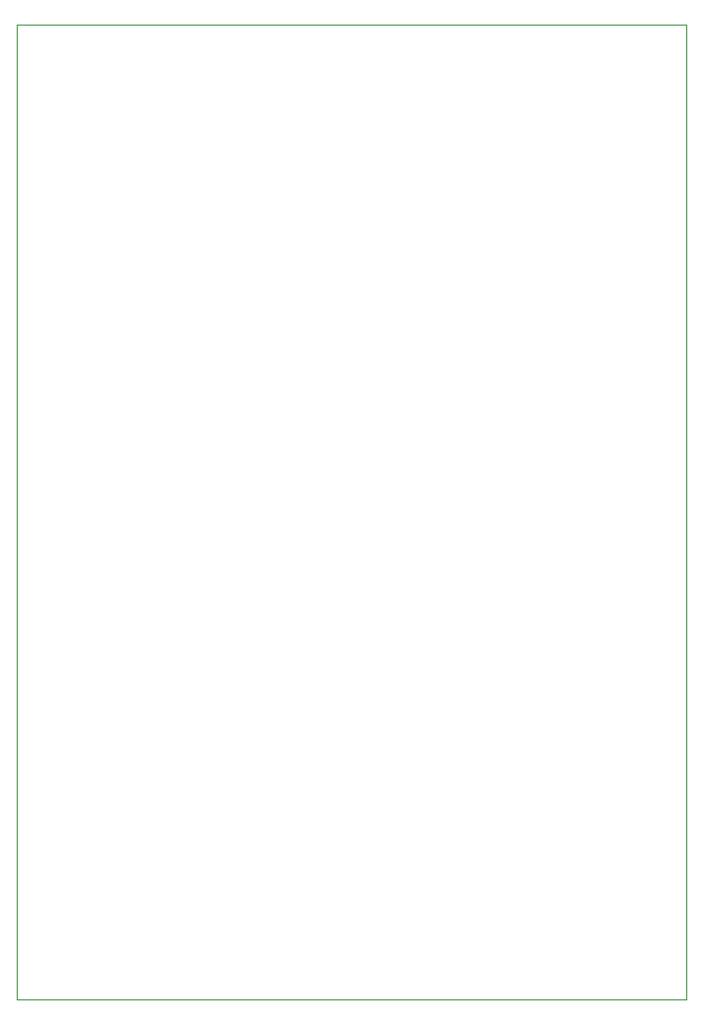
<source format=gbr>
G04 #@! TF.GenerationSoftware,KiCad,Pcbnew,5.1.5+dfsg1-2build2*
G04 #@! TF.CreationDate,2021-11-16T20:06:46-04:00*
G04 #@! TF.ProjectId,prototyping_backplane,70726f74-6f74-4797-9069-6e675f626163,rev?*
G04 #@! TF.SameCoordinates,Original*
G04 #@! TF.FileFunction,Profile,NP*
%FSLAX46Y46*%
G04 Gerber Fmt 4.6, Leading zero omitted, Abs format (unit mm)*
G04 Created by KiCad (PCBNEW 5.1.5+dfsg1-2build2) date 2021-11-16 20:06:46*
%MOMM*%
%LPD*%
G04 APERTURE LIST*
%ADD10C,0.050000*%
G04 APERTURE END LIST*
D10*
X208680000Y-129540000D02*
X208680000Y-45720000D01*
X151130000Y-129540000D02*
X208680000Y-129540000D01*
X151130000Y-45720000D02*
X208680000Y-45720000D01*
X151130000Y-129540000D02*
X151130000Y-45720000D01*
M02*

</source>
